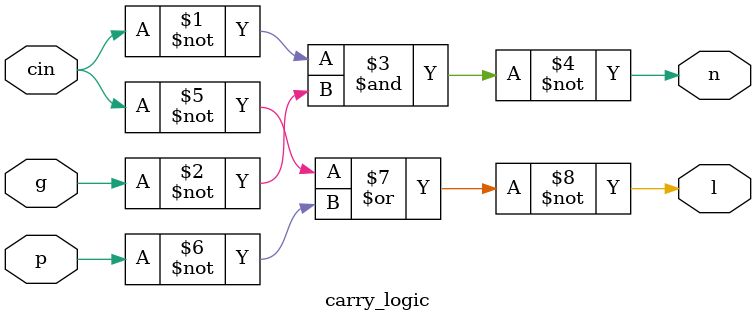
<source format=v>
module carry_logic (
    output n, l,
    input cin, g, p
);
    assign n = ~(~cin & ~g);  // Carry generate logic
    assign l = ~(~cin | ~p);  // Carry propagate logic
endmodule

</source>
